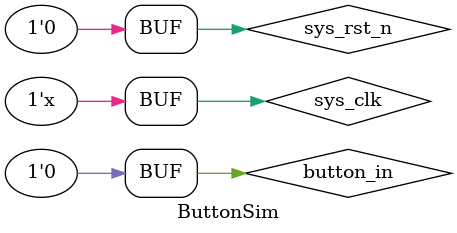
<source format=v>
`timescale 1ns / 1ps


module ButtonSim();
    reg sys_clk;
    reg sys_rst_n;
    reg button_in;
    wire stable_out;

    Button ButtonTest(sys_clk,sys_rst_n,button_in,stable_out);
    
    initial begin 
    #50;
    sys_clk =1'b0;
    button_in = 1'b0;
    sys_rst_n = 1'b1;
    #50;
    sys_rst_n = 1'b0;
    #50;
    
    button_in = 1'b1;
    #20;
    button_in = 1'b0;
    #50;    
    
    end
    always begin
        #5;
        sys_clk = ~sys_clk;
    end 

endmodule

</source>
